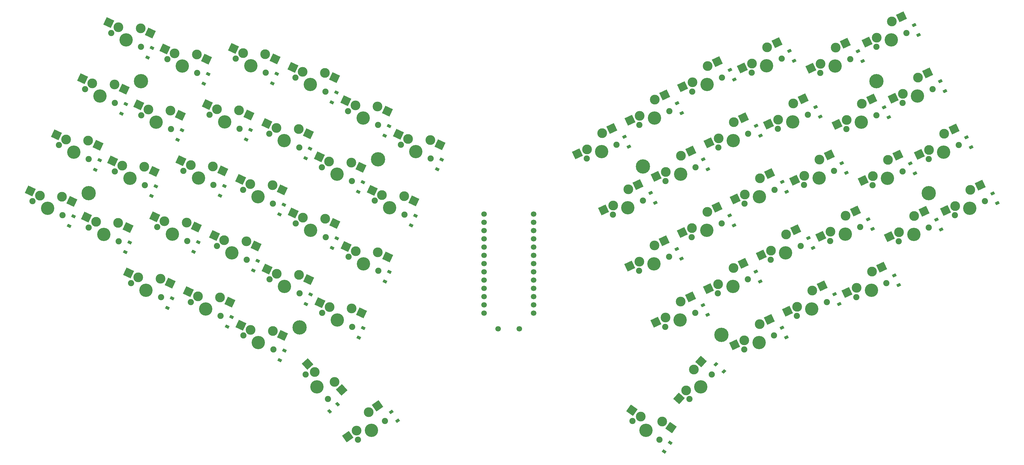
<source format=gbr>
%TF.GenerationSoftware,KiCad,Pcbnew,8.0.7*%
%TF.CreationDate,2024-12-25T21:28:19-05:00*%
%TF.ProjectId,mx,6d782e6b-6963-4616-945f-706362585858,v1.0.0*%
%TF.SameCoordinates,Original*%
%TF.FileFunction,Soldermask,Bot*%
%TF.FilePolarity,Negative*%
%FSLAX46Y46*%
G04 Gerber Fmt 4.6, Leading zero omitted, Abs format (unit mm)*
G04 Created by KiCad (PCBNEW 8.0.7) date 2024-12-25 21:28:19*
%MOMM*%
%LPD*%
G01*
G04 APERTURE LIST*
G04 Aperture macros list*
%AMRotRect*
0 Rectangle, with rotation*
0 The origin of the aperture is its center*
0 $1 length*
0 $2 width*
0 $3 Rotation angle, in degrees counterclockwise*
0 Add horizontal line*
21,1,$1,$2,0,0,$3*%
G04 Aperture macros list end*
%ADD10C,0.700000*%
%ADD11C,4.400000*%
%ADD12C,1.700000*%
%ADD13C,1.900000*%
%ADD14C,3.000000*%
%ADD15C,4.100000*%
%ADD16RotRect,2.550000X2.500000X335.000000*%
%ADD17RotRect,0.900000X1.200000X65.000000*%
%ADD18RotRect,2.550000X2.500000X25.000000*%
%ADD19RotRect,0.900000X1.200000X115.000000*%
%ADD20RotRect,0.900000X1.200000X55.000000*%
%ADD21RotRect,2.550000X2.500000X325.000000*%
%ADD22RotRect,0.900000X1.200000X125.000000*%
%ADD23RotRect,0.900000X1.200000X138.000000*%
%ADD24RotRect,2.550000X2.500000X48.000000*%
%ADD25RotRect,2.550000X2.500000X312.000000*%
%ADD26RotRect,0.900000X1.200000X42.000000*%
%ADD27RotRect,2.550000X2.500000X35.000000*%
G04 APERTURE END LIST*
D10*
%TO.C,_69*%
X271608388Y-177915241D03*
X271553304Y-176653589D03*
X272539466Y-178768413D03*
X272406476Y-175722511D03*
D11*
X273103797Y-177217920D03*
D10*
X273801118Y-178713329D03*
X273668128Y-175667427D03*
X274654290Y-177782251D03*
X274599206Y-176520599D03*
%TD*%
%TO.C,_68*%
X141893621Y-174254836D03*
X141838537Y-175516489D03*
X142824698Y-173401664D03*
X144086351Y-173456748D03*
D11*
X143389030Y-174952157D03*
D10*
X142691709Y-176447566D03*
X143953362Y-176502650D03*
X144939523Y-174387825D03*
X144884439Y-175649478D03*
%TD*%
D12*
%TO.C,RST1*%
X204468140Y-175345620D03*
X210968140Y-175345616D03*
%TD*%
D10*
%TO.C,_70*%
X335365181Y-134337575D03*
X335310097Y-133075923D03*
X336296259Y-135190747D03*
X336163269Y-132144845D03*
D11*
X336860590Y-133640254D03*
D10*
X337557911Y-135135663D03*
X337424921Y-132089761D03*
X338411083Y-134204585D03*
X338355999Y-132942933D03*
%TD*%
%TO.C,_65*%
X166046259Y-122459343D03*
X165991175Y-123720996D03*
X166977336Y-121606171D03*
X168238989Y-121661255D03*
D11*
X167541668Y-123156664D03*
D10*
X166844347Y-124652073D03*
X168106000Y-124707157D03*
X169092161Y-122592332D03*
X169037077Y-123853985D03*
%TD*%
%TO.C,_72*%
X247455756Y-126119755D03*
X247400672Y-124858103D03*
X248386834Y-126972927D03*
X248253844Y-123927025D03*
D11*
X248951165Y-125422434D03*
D10*
X249648486Y-126917843D03*
X249515496Y-123871941D03*
X250501658Y-125986765D03*
X250446574Y-124725113D03*
%TD*%
%TO.C,_71*%
X319263425Y-99807243D03*
X319208341Y-98545591D03*
X320194503Y-100660415D03*
X320061513Y-97614513D03*
D11*
X320758834Y-99109922D03*
D10*
X321456155Y-100605331D03*
X321323165Y-97559429D03*
X322309327Y-99674253D03*
X322254243Y-98412601D03*
%TD*%
D12*
%TO.C,MCU1*%
X215338143Y-140010617D03*
X215338145Y-142550618D03*
X215338143Y-145090618D03*
X215338144Y-147630617D03*
X215338146Y-150170618D03*
X215338145Y-152710618D03*
X215338146Y-155250618D03*
X215338144Y-157790618D03*
X215338146Y-160330619D03*
X215338146Y-162870617D03*
X215338144Y-165410618D03*
X215338145Y-167950618D03*
X215338144Y-170490618D03*
X200098147Y-170490619D03*
X200098145Y-167950618D03*
X200098147Y-165410618D03*
X200098146Y-162870619D03*
X200098144Y-160330618D03*
X200098145Y-157790618D03*
X200098144Y-155250618D03*
X200098146Y-152710618D03*
X200098144Y-150170617D03*
X200098144Y-147630619D03*
X200098146Y-145090618D03*
X200098145Y-142550618D03*
X200098146Y-140010618D03*
%TD*%
D10*
%TO.C,_67*%
X77080285Y-132942927D03*
X77025201Y-134204580D03*
X78011362Y-132089755D03*
X79273015Y-132144839D03*
D11*
X78575694Y-133640248D03*
D10*
X77878373Y-135135657D03*
X79140026Y-135190741D03*
X80126187Y-133075916D03*
X80071103Y-134337569D03*
%TD*%
%TO.C,_66*%
X93182040Y-98412602D03*
X93126956Y-99674255D03*
X94113117Y-97559430D03*
X95374770Y-97614514D03*
D11*
X94677449Y-99109923D03*
D10*
X93980128Y-100605332D03*
X95241781Y-100660416D03*
X96227942Y-98545591D03*
X96172858Y-99807244D03*
%TD*%
D13*
%TO.C,S19*%
X126126970Y-177412395D03*
D14*
X128351433Y-175647100D03*
D15*
X130731014Y-179559296D03*
D14*
X135179937Y-176028703D03*
D13*
X135335058Y-181706197D03*
D16*
X125383274Y-174263024D03*
X138172566Y-177424184D03*
%TD*%
D17*
%TO.C,D27*%
X185734205Y-126261014D03*
X187128847Y-123270196D03*
%TD*%
D13*
%TO.C,S27*%
X174539100Y-118668388D03*
D14*
X176763563Y-116903093D03*
D15*
X179143144Y-120815289D03*
D14*
X183592067Y-117284696D03*
D13*
X183747188Y-122962190D03*
D16*
X173795404Y-115519017D03*
X186584696Y-118680177D03*
%TD*%
D17*
%TO.C,D26*%
X177683333Y-143526185D03*
X179077975Y-140535367D03*
%TD*%
D13*
%TO.C,S35*%
X319598528Y-131180006D03*
D14*
X319676090Y-128341258D03*
D15*
X324202572Y-129033105D03*
D14*
X324357693Y-123355612D03*
D13*
X328806616Y-126886204D03*
D18*
X316707930Y-129725334D03*
X327350321Y-121960126D03*
%TD*%
D19*
%TO.C,D54*%
X260803222Y-153797014D03*
X259408580Y-150806196D03*
%TD*%
%TO.C,D43*%
X309322214Y-167694043D03*
X307927572Y-164703225D03*
%TD*%
D13*
%TO.C,S14*%
X109918348Y-167095750D03*
D14*
X112142811Y-165330455D03*
D15*
X114522392Y-169242651D03*
D14*
X118971315Y-165712058D03*
D13*
X119126436Y-171389552D03*
D16*
X109174652Y-163946379D03*
X121963944Y-167107539D03*
%TD*%
D17*
%TO.C,D25*%
X169632451Y-160791347D03*
X171027093Y-157800529D03*
%TD*%
%TO.C,D2*%
X80559616Y-126427956D03*
X81954258Y-123437138D03*
%TD*%
%TO.C,D12*%
X126944388Y-117107779D03*
X128339030Y-114116961D03*
%TD*%
D13*
%TO.C,S41*%
X290478917Y-113808950D03*
D14*
X290556479Y-110970202D03*
D15*
X295082961Y-111662049D03*
D14*
X295238082Y-105984556D03*
D13*
X299687005Y-109515148D03*
D18*
X287588319Y-112354278D03*
X298230710Y-104589070D03*
%TD*%
D13*
%TO.C,S7*%
X94680545Y-109621042D03*
D14*
X96905008Y-107855747D03*
D15*
X99284589Y-111767943D03*
D14*
X103733512Y-108237350D03*
D13*
X103888633Y-113914844D03*
D16*
X93936849Y-106471671D03*
X106726141Y-109632831D03*
%TD*%
D20*
%TO.C,D58*%
X255487339Y-213103225D03*
X257380141Y-210400023D03*
%TD*%
D19*
%TO.C,D51*%
X268960965Y-126215203D03*
X267566323Y-123224385D03*
%TD*%
D13*
%TO.C,S39*%
X306580675Y-148339277D03*
D14*
X306658237Y-145500529D03*
D15*
X311184719Y-146192376D03*
D14*
X311339840Y-140514883D03*
D13*
X315788763Y-144045475D03*
D18*
X303690077Y-146884605D03*
X314332468Y-139119397D03*
%TD*%
D13*
%TO.C,S45*%
X280208089Y-136859222D03*
D14*
X280285651Y-134020474D03*
D15*
X284812133Y-134712321D03*
D14*
X284967254Y-129034828D03*
D13*
X289416177Y-132565420D03*
D18*
X277317491Y-135404550D03*
X287959882Y-127639342D03*
%TD*%
D17*
%TO.C,D20*%
X145372956Y-167739861D03*
X146767598Y-164749043D03*
%TD*%
%TO.C,D21*%
X153423834Y-150474697D03*
X154818476Y-147483879D03*
%TD*%
D19*
%TO.C,D41*%
X303491288Y-110113445D03*
X302096646Y-107122627D03*
%TD*%
D13*
%TO.C,S21*%
X142228722Y-142882068D03*
D14*
X144453185Y-141116773D03*
D15*
X146832766Y-145028969D03*
D14*
X151281689Y-141498376D03*
D13*
X151436810Y-147175870D03*
D16*
X141485026Y-139732697D03*
X154274318Y-142893857D03*
%TD*%
D13*
%TO.C,S31*%
X336863693Y-123129129D03*
D14*
X336941255Y-120290381D03*
D15*
X341467737Y-120982228D03*
D14*
X341622858Y-115304735D03*
D13*
X346071781Y-118835327D03*
D18*
X333973095Y-121674457D03*
X344615486Y-113909249D03*
%TD*%
D13*
%TO.C,S11*%
X107698398Y-126780314D03*
D14*
X109922861Y-125015019D03*
D15*
X112302442Y-128927215D03*
D14*
X116751365Y-125396622D03*
D13*
X116906486Y-131074116D03*
D16*
X106954702Y-123630943D03*
X119743994Y-126792103D03*
%TD*%
D13*
%TO.C,S58*%
X245780753Y-203681934D03*
D14*
X248277958Y-202329731D03*
D15*
X249942043Y-206595702D03*
D14*
X254936458Y-203891293D03*
D13*
X254103333Y-209509470D03*
D21*
X245595235Y-200451268D03*
X257641299Y-205785243D03*
%TD*%
D13*
%TO.C,S6*%
X86629669Y-126886203D03*
D14*
X88854132Y-125120908D03*
D15*
X91233713Y-129033104D03*
D14*
X95682636Y-125502511D03*
D13*
X95837757Y-131180005D03*
D16*
X85885973Y-123736832D03*
X98675265Y-126897992D03*
%TD*%
D19*
%TO.C,D52*%
X260910084Y-108950041D03*
X259515442Y-105959223D03*
%TD*%
D13*
%TO.C,S54*%
X247790854Y-157492517D03*
D14*
X247868416Y-154653769D03*
D15*
X252394898Y-155345616D03*
D14*
X252550019Y-149668123D03*
D13*
X256998942Y-153198715D03*
D18*
X244900256Y-156037845D03*
X255542647Y-148272637D03*
%TD*%
D13*
%TO.C,S12*%
X115749274Y-109515153D03*
D14*
X117973737Y-107749858D03*
D15*
X120353318Y-111662054D03*
D14*
X124802241Y-108131461D03*
D13*
X124957362Y-113808955D03*
D16*
X115005578Y-106365782D03*
X127794870Y-109526942D03*
%TD*%
D17*
%TO.C,D18*%
X153316973Y-105627726D03*
X154711615Y-102636908D03*
%TD*%
D19*
%TO.C,D37*%
X316509141Y-92954175D03*
X315114499Y-89963357D03*
%TD*%
D13*
%TO.C,S24*%
X150386462Y-170463879D03*
D14*
X152610925Y-168698584D03*
D15*
X154990506Y-172610780D03*
D14*
X159439429Y-169080187D03*
D13*
X159594550Y-174757681D03*
D16*
X149642766Y-167314508D03*
X162432058Y-170475668D03*
%TD*%
D13*
%TO.C,S34*%
X327649403Y-148445169D03*
D14*
X327726965Y-145606421D03*
D15*
X332253447Y-146298268D03*
D14*
X332408568Y-140620775D03*
D13*
X336857491Y-144151367D03*
D18*
X324758805Y-146990497D03*
X335401196Y-139225289D03*
%TD*%
D13*
%TO.C,S52*%
X247897716Y-112645543D03*
D14*
X247975278Y-109806795D03*
D15*
X252501760Y-110498642D03*
D14*
X252656881Y-104821149D03*
D13*
X257105804Y-108351741D03*
D18*
X245007118Y-111190871D03*
X255649509Y-103425663D03*
%TD*%
D13*
%TO.C,S49*%
X272050348Y-164441035D03*
D14*
X272127910Y-161602287D03*
D15*
X276654392Y-162294134D03*
D14*
X276809513Y-156616641D03*
D13*
X281258436Y-160147233D03*
D18*
X269159750Y-162986363D03*
X279802141Y-155221155D03*
%TD*%
D17*
%TO.C,D24*%
X161581577Y-178056508D03*
X162976219Y-175065690D03*
%TD*%
D13*
%TO.C,S20*%
X134177843Y-160147231D03*
D14*
X136402306Y-158381936D03*
D15*
X138781887Y-162294132D03*
D14*
X143230810Y-158763539D03*
D13*
X143385931Y-164441033D03*
D16*
X133434147Y-156997860D03*
X146223439Y-160159020D03*
%TD*%
D17*
%TO.C,D23*%
X169525588Y-115944372D03*
X170920230Y-112953554D03*
%TD*%
D19*
%TO.C,D53*%
X268854098Y-171062177D03*
X267459456Y-168071359D03*
%TD*%
D17*
%TO.C,D15*%
X129164338Y-157423215D03*
X130558980Y-154432397D03*
%TD*%
D13*
%TO.C,S51*%
X255948592Y-129910707D03*
D14*
X256026154Y-127071959D03*
D15*
X260552636Y-127763806D03*
D14*
X260707757Y-122086313D03*
D13*
X265156680Y-125616905D03*
D18*
X253057994Y-128456035D03*
X263700385Y-120690827D03*
%TD*%
D13*
%TO.C,S47*%
X264106333Y-102328895D03*
D14*
X264183895Y-99490147D03*
D15*
X268710377Y-100181994D03*
D14*
X268865498Y-94504501D03*
D13*
X273314421Y-98035093D03*
D18*
X261215735Y-100874223D03*
X271858126Y-93109015D03*
%TD*%
D13*
%TO.C,S53*%
X255841731Y-174757683D03*
D14*
X255919293Y-171918935D03*
D15*
X260445775Y-172610782D03*
D14*
X260600896Y-166933289D03*
D13*
X265049819Y-170463881D03*
D18*
X252951133Y-173303011D03*
X263593524Y-165537803D03*
%TD*%
D22*
%TO.C,D29*%
X173505910Y-203610536D03*
X171613108Y-200907332D03*
%TD*%
D19*
%TO.C,D56*%
X244701463Y-119266689D03*
X243306821Y-116275871D03*
%TD*%
D17*
%TO.C,D8*%
X113926540Y-99948508D03*
X115321182Y-96957690D03*
%TD*%
D13*
%TO.C,S23*%
X158330479Y-108351743D03*
D14*
X160554942Y-106586448D03*
D15*
X162934523Y-110498644D03*
D14*
X167383446Y-106968051D03*
D13*
X167538567Y-112645545D03*
D16*
X157586783Y-105202372D03*
X170376075Y-108363532D03*
%TD*%
D19*
%TO.C,D47*%
X277118703Y-98633393D03*
X275724061Y-95642575D03*
%TD*%
%TO.C,D38*%
X327643923Y-161908936D03*
X326249281Y-158918118D03*
%TD*%
%TO.C,D35*%
X332610900Y-127484504D03*
X331216258Y-124493686D03*
%TD*%
D23*
%TO.C,D57*%
X273863438Y-188472098D03*
X271411062Y-186263964D03*
%TD*%
D13*
%TO.C,S33*%
X320761938Y-88598803D03*
D14*
X320839500Y-85760055D03*
D15*
X325365982Y-86451902D03*
D14*
X325521103Y-80774409D03*
D13*
X329970026Y-84305001D03*
D18*
X317871340Y-87144131D03*
X328513731Y-79378923D03*
%TD*%
D19*
%TO.C,D36*%
X324560015Y-110219338D03*
X323165373Y-107228520D03*
%TD*%
D13*
%TO.C,S26*%
X166488218Y-135933552D03*
D14*
X168712681Y-134168257D03*
D15*
X171092262Y-138080453D03*
D14*
X175541185Y-134549860D03*
D13*
X175696306Y-140227354D03*
D16*
X165744522Y-132784181D03*
X178533814Y-135945341D03*
%TD*%
D19*
%TO.C,D50*%
X277011842Y-143480367D03*
X275617200Y-140489549D03*
%TD*%
D13*
%TO.C,S15*%
X117969233Y-149830584D03*
D14*
X120193696Y-148065289D03*
D15*
X122573277Y-151977485D03*
D14*
X127022200Y-148446892D03*
D13*
X127177321Y-154124386D03*
D16*
X117225537Y-146681213D03*
X130014829Y-149842373D03*
%TD*%
D13*
%TO.C,S46*%
X272157205Y-119594061D03*
D14*
X272234767Y-116755313D03*
D15*
X276761249Y-117447160D03*
D14*
X276916370Y-111769667D03*
D13*
X281365293Y-115300259D03*
D18*
X269266607Y-118139389D03*
X279908998Y-110374181D03*
%TD*%
D19*
%TO.C,D32*%
X341825180Y-102168466D03*
X340430538Y-99177648D03*
%TD*%
D13*
%TO.C,S57*%
X263329436Y-196958167D03*
D14*
X262291643Y-194314782D03*
D15*
X266728619Y-193182991D03*
D14*
X264653034Y-187896221D03*
D13*
X270127802Y-189407815D03*
D24*
X260100240Y-196748580D03*
X266862506Y-185442355D03*
%TD*%
D19*
%TO.C,D34*%
X340661774Y-144749670D03*
X339267132Y-141758852D03*
%TD*%
%TO.C,D55*%
X252752344Y-136531852D03*
X251357702Y-133541034D03*
%TD*%
D17*
%TO.C,D14*%
X121113463Y-174688374D03*
X122508105Y-171697556D03*
%TD*%
D13*
%TO.C,S36*%
X311547645Y-113914845D03*
D14*
X311625207Y-111076097D03*
D15*
X316151689Y-111767944D03*
D14*
X316306810Y-106090451D03*
D13*
X320755733Y-109621043D03*
D18*
X308657047Y-112460173D03*
X319299438Y-104694965D03*
%TD*%
D13*
%TO.C,S3*%
X77415385Y-101570165D03*
D14*
X79639848Y-99804870D03*
D15*
X82019429Y-103717066D03*
D14*
X86468352Y-100186473D03*
D13*
X86623473Y-105863967D03*
D16*
X76671689Y-98420794D03*
X89460981Y-101581954D03*
%TD*%
D13*
%TO.C,S18*%
X142121863Y-98035097D03*
D14*
X144346326Y-96269802D03*
D15*
X146725907Y-100181998D03*
D14*
X151174830Y-96651405D03*
D13*
X151329951Y-102328899D03*
D16*
X141378167Y-94885726D03*
X154167459Y-98046886D03*
%TD*%
D19*
%TO.C,D40*%
X311542169Y-127378611D03*
X310147527Y-124387793D03*
%TD*%
D13*
%TO.C,S48*%
X280101227Y-181706200D03*
D14*
X280178789Y-178867452D03*
D15*
X284705271Y-179559299D03*
D14*
X284860392Y-173881806D03*
D13*
X289309315Y-177412398D03*
D18*
X277210629Y-180251528D03*
X287853020Y-172486320D03*
%TD*%
D17*
%TO.C,D13*%
X134995260Y-99842613D03*
X136389902Y-96851795D03*
%TD*%
D19*
%TO.C,D46*%
X285169581Y-115898559D03*
X283774939Y-112907741D03*
%TD*%
D13*
%TO.C,S28*%
X145308479Y-189407817D03*
D14*
X148045862Y-188652018D03*
D15*
X148707662Y-193182993D03*
D14*
X154182427Y-191671397D03*
D13*
X152106845Y-196958169D03*
D25*
X145854461Y-186218220D03*
X156391899Y-194125264D03*
%TD*%
D13*
%TO.C,S42*%
X282428041Y-96543789D03*
D14*
X282505603Y-93705041D03*
D15*
X287032085Y-94396888D03*
D14*
X287187206Y-88719395D03*
D13*
X291636129Y-92249987D03*
D18*
X279537443Y-95089117D03*
X290179834Y-87323909D03*
%TD*%
D13*
%TO.C,S13*%
X123800150Y-92249986D03*
D14*
X126024613Y-90484691D03*
D15*
X128404194Y-94396887D03*
D14*
X132853117Y-90866294D03*
D13*
X133008238Y-96543788D03*
D16*
X123056454Y-89100615D03*
X135845746Y-92261775D03*
%TD*%
D13*
%TO.C,S38*%
X314631549Y-165604443D03*
D14*
X314709111Y-162765695D03*
D15*
X319235593Y-163457542D03*
D14*
X319390714Y-157780049D03*
D13*
X323839637Y-161310641D03*
D18*
X311740951Y-164149771D03*
X322383342Y-156384563D03*
%TD*%
D13*
%TO.C,S4*%
X85466261Y-84305001D03*
D14*
X87690724Y-82539706D03*
D15*
X90070305Y-86451902D03*
D14*
X94519228Y-82921309D03*
D13*
X94674349Y-88598803D03*
D16*
X84722565Y-81155630D03*
X97511857Y-84316790D03*
%TD*%
D17*
%TO.C,D19*%
X137322079Y-185005026D03*
X138716721Y-182014208D03*
%TD*%
D26*
%TO.C,D28*%
X152646958Y-200771146D03*
X155099334Y-198563014D03*
%TD*%
D13*
%TO.C,S8*%
X102731427Y-92355879D03*
D14*
X104955890Y-90590584D03*
D15*
X107335471Y-94502780D03*
D14*
X111784394Y-90972187D03*
D13*
X111939515Y-96649681D03*
D16*
X101987731Y-89206508D03*
X114777023Y-92367668D03*
%TD*%
D13*
%TO.C,S17*%
X134070985Y-115300259D03*
D14*
X136295448Y-113534964D03*
D15*
X138675029Y-117447160D03*
D14*
X143123952Y-113916567D03*
D13*
X143279073Y-119594061D03*
D16*
X133327289Y-112150888D03*
X146116581Y-115312048D03*
%TD*%
D13*
%TO.C,S16*%
X126020106Y-132565421D03*
D14*
X128244569Y-130800126D03*
D15*
X130624150Y-134712322D03*
D14*
X135073073Y-131181729D03*
D13*
X135228194Y-136859223D03*
D16*
X125276410Y-129416050D03*
X138065702Y-132577210D03*
%TD*%
D13*
%TO.C,S29*%
X161332947Y-209509472D03*
D14*
X160916387Y-206700385D03*
D15*
X165494240Y-206595705D03*
D14*
X164661118Y-200977528D03*
D13*
X169655533Y-203681938D03*
D27*
X158233664Y-208578849D03*
X167365959Y-199083579D03*
%TD*%
D13*
%TO.C,S5*%
X78578792Y-144151371D03*
D14*
X80803255Y-142386076D03*
D15*
X83182836Y-146298272D03*
D14*
X87631759Y-142767679D03*
D13*
X87786880Y-148445173D03*
D16*
X77835096Y-141002000D03*
X90624388Y-144163160D03*
%TD*%
D13*
%TO.C,S30*%
X344914567Y-140394292D03*
D14*
X344992129Y-137555544D03*
D15*
X349518611Y-138247391D03*
D14*
X349673732Y-132569898D03*
D13*
X354122655Y-136100490D03*
D18*
X342023969Y-138939620D03*
X352666360Y-131174412D03*
%TD*%
D17*
%TO.C,D16*%
X137215217Y-140158051D03*
X138609859Y-137167233D03*
%TD*%
D13*
%TO.C,S2*%
X69364509Y-118835326D03*
D14*
X71588972Y-117070031D03*
D15*
X73968553Y-120982227D03*
D14*
X78417476Y-117451634D03*
D13*
X78572597Y-123129128D03*
D16*
X68620813Y-115685955D03*
X81410105Y-118847115D03*
%TD*%
D17*
%TO.C,D3*%
X88610495Y-109162795D03*
X90005137Y-106171977D03*
%TD*%
D13*
%TO.C,S37*%
X303496771Y-96649679D03*
D14*
X303574333Y-93810931D03*
D15*
X308100815Y-94502778D03*
D14*
X308255936Y-88825285D03*
D13*
X312704859Y-92355877D03*
D18*
X300606173Y-95195007D03*
X311248564Y-87429799D03*
%TD*%
D13*
%TO.C,S44*%
X288258965Y-154124387D03*
D14*
X288336527Y-151285639D03*
D15*
X292863009Y-151977486D03*
D14*
X293018130Y-146299993D03*
D13*
X297467053Y-149830585D03*
D18*
X285368367Y-152669715D03*
X296010758Y-144904507D03*
%TD*%
D19*
%TO.C,D49*%
X285062720Y-160745531D03*
X283668078Y-157754713D03*
%TD*%
%TO.C,D42*%
X295440413Y-92848282D03*
X294045771Y-89857464D03*
%TD*%
%TO.C,D45*%
X293220460Y-133163721D03*
X291825818Y-130172903D03*
%TD*%
D13*
%TO.C,S56*%
X231689100Y-122962192D03*
D14*
X231766662Y-120123444D03*
D15*
X236293144Y-120815291D03*
D14*
X236448265Y-115137798D03*
D13*
X240897188Y-118668390D03*
D18*
X228798502Y-121507520D03*
X239440893Y-113742312D03*
%TD*%
D19*
%TO.C,D31*%
X349876059Y-119433623D03*
X348481417Y-116442805D03*
%TD*%
D13*
%TO.C,S25*%
X158437341Y-153198715D03*
D14*
X160661804Y-151433420D03*
D15*
X163041385Y-155345616D03*
D14*
X167490308Y-151815023D03*
D13*
X167645429Y-157492517D03*
D16*
X157693645Y-150049344D03*
X170482937Y-153210504D03*
%TD*%
D13*
%TO.C,S55*%
X239739973Y-140227356D03*
D14*
X239817535Y-137388608D03*
D15*
X244344017Y-138080455D03*
D14*
X244499138Y-132402962D03*
D13*
X248948061Y-135933554D03*
D18*
X236849375Y-138772684D03*
X247491766Y-131007476D03*
%TD*%
D13*
%TO.C,S10*%
X99647521Y-144045478D03*
D14*
X101871984Y-142280183D03*
D15*
X104251565Y-146192379D03*
D14*
X108700488Y-142661786D03*
D13*
X108855609Y-148339280D03*
D16*
X98903825Y-140896107D03*
X111693117Y-144057267D03*
%TD*%
D13*
%TO.C,S1*%
X61313630Y-136100491D03*
D14*
X63538093Y-134335196D03*
D15*
X65917674Y-138247392D03*
D14*
X70366597Y-134716799D03*
D13*
X70521718Y-140394293D03*
D16*
X60569934Y-132951120D03*
X73359226Y-136112280D03*
%TD*%
D17*
%TO.C,D6*%
X97824782Y-134478832D03*
X99219424Y-131488014D03*
%TD*%
D19*
%TO.C,D39*%
X319593045Y-144643773D03*
X318198403Y-141652955D03*
%TD*%
D17*
%TO.C,D9*%
X102791750Y-168903268D03*
X104186392Y-165912450D03*
%TD*%
D13*
%TO.C,S9*%
X91596640Y-161310638D03*
D14*
X93821103Y-159545343D03*
D15*
X96200684Y-163457539D03*
D14*
X100649607Y-159926946D03*
D13*
X100804728Y-165604440D03*
D16*
X90852944Y-158161267D03*
X103642236Y-161322427D03*
%TD*%
D17*
%TO.C,D11*%
X118893507Y-134372945D03*
X120288149Y-131382127D03*
%TD*%
D13*
%TO.C,S40*%
X298529797Y-131074112D03*
D14*
X298607359Y-128235364D03*
D15*
X303133841Y-128927211D03*
D14*
X303288962Y-123249718D03*
D13*
X307737885Y-126780310D03*
D18*
X295639199Y-129619440D03*
X306281590Y-121854232D03*
%TD*%
D19*
%TO.C,D48*%
X293113599Y-178010693D03*
X291718957Y-175019875D03*
%TD*%
D17*
%TO.C,D17*%
X145266095Y-122892888D03*
X146660737Y-119902070D03*
%TD*%
D19*
%TO.C,D33*%
X333774307Y-84903297D03*
X332379665Y-81912479D03*
%TD*%
D13*
%TO.C,S50*%
X263999471Y-147175869D03*
D14*
X264077033Y-144337121D03*
D15*
X268603515Y-145028968D03*
D14*
X268758636Y-139351475D03*
D13*
X273207559Y-142882067D03*
D18*
X261108873Y-145721197D03*
X271751264Y-137955989D03*
%TD*%
D19*
%TO.C,D30*%
X357926938Y-136698787D03*
X356532296Y-133707969D03*
%TD*%
D17*
%TO.C,D4*%
X96661369Y-91897633D03*
X98056011Y-88906815D03*
%TD*%
%TO.C,D10*%
X110842632Y-151638106D03*
X112237274Y-148647288D03*
%TD*%
D13*
%TO.C,S43*%
X296309845Y-171389549D03*
D14*
X296387407Y-168550801D03*
D15*
X300913889Y-169242648D03*
D14*
X301069010Y-163565155D03*
D13*
X305517933Y-167095747D03*
D18*
X293419247Y-169934877D03*
X304061638Y-162169669D03*
%TD*%
D19*
%TO.C,D44*%
X301271338Y-150428881D03*
X299876696Y-147438063D03*
%TD*%
D17*
%TO.C,D1*%
X72508742Y-143693118D03*
X73903384Y-140702300D03*
%TD*%
%TO.C,D5*%
X89773904Y-151743998D03*
X91168546Y-148753180D03*
%TD*%
D13*
%TO.C,S32*%
X328812809Y-105863968D03*
D14*
X328890371Y-103025220D03*
D15*
X333416853Y-103717067D03*
D14*
X333571974Y-98039574D03*
D13*
X338020897Y-101570166D03*
D18*
X325922211Y-104409296D03*
X336564602Y-96644088D03*
%TD*%
D17*
%TO.C,D7*%
X105875656Y-117213670D03*
X107270298Y-114222852D03*
%TD*%
%TO.C,D22*%
X161474714Y-133209539D03*
X162869356Y-130218721D03*
%TD*%
D13*
%TO.C,S22*%
X150279600Y-125616905D03*
D14*
X152504063Y-123851610D03*
D15*
X154883644Y-127763806D03*
D14*
X159332567Y-124233213D03*
D13*
X159487688Y-129910707D03*
D16*
X149535904Y-122467534D03*
X162325196Y-125628694D03*
%TD*%
M02*

</source>
